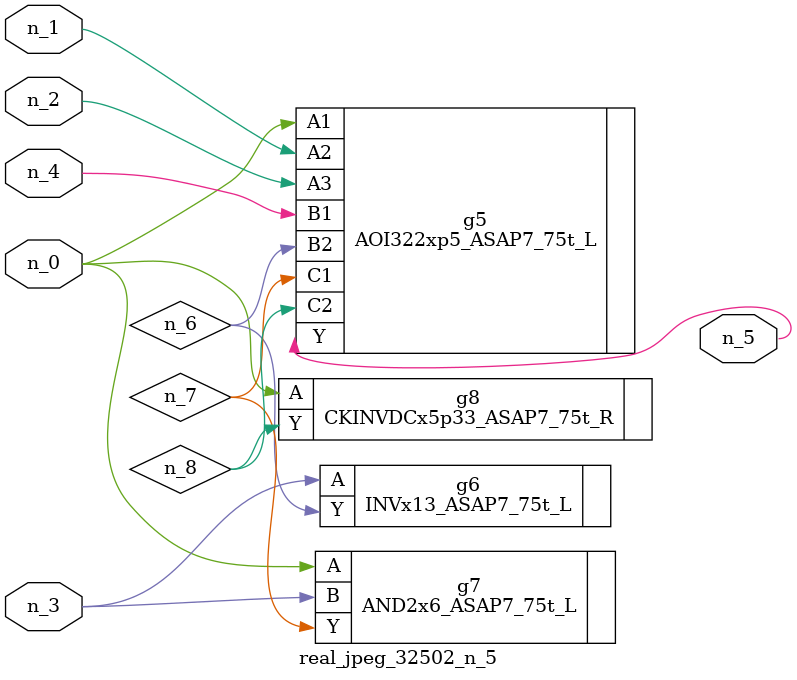
<source format=v>
module real_jpeg_32502_n_5 (n_4, n_0, n_1, n_2, n_3, n_5);

input n_4;
input n_0;
input n_1;
input n_2;
input n_3;

output n_5;

wire n_8;
wire n_6;
wire n_7;

AOI322xp5_ASAP7_75t_L g5 ( 
.A1(n_0),
.A2(n_1),
.A3(n_2),
.B1(n_4),
.B2(n_6),
.C1(n_7),
.C2(n_8),
.Y(n_5)
);

AND2x6_ASAP7_75t_L g7 ( 
.A(n_0),
.B(n_3),
.Y(n_7)
);

CKINVDCx5p33_ASAP7_75t_R g8 ( 
.A(n_0),
.Y(n_8)
);

INVx13_ASAP7_75t_L g6 ( 
.A(n_3),
.Y(n_6)
);


endmodule
</source>
